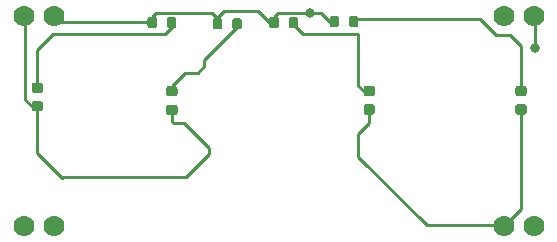
<source format=gbr>
G04 #@! TF.GenerationSoftware,KiCad,Pcbnew,(5.1.5-0-10_14)*
G04 #@! TF.CreationDate,2021-09-19T20:31:28-06:00*
G04 #@! TF.ProjectId,2021DC435,32303231-4443-4343-9335-2e6b69636164,rev?*
G04 #@! TF.SameCoordinates,Original*
G04 #@! TF.FileFunction,Copper,L2,Bot*
G04 #@! TF.FilePolarity,Positive*
%FSLAX46Y46*%
G04 Gerber Fmt 4.6, Leading zero omitted, Abs format (unit mm)*
G04 Created by KiCad (PCBNEW (5.1.5-0-10_14)) date 2021-09-19 20:31:28*
%MOMM*%
%LPD*%
G04 APERTURE LIST*
%ADD10C,1.778000*%
%ADD11C,0.100000*%
%ADD12C,0.800000*%
%ADD13C,0.250000*%
G04 APERTURE END LIST*
D10*
X147284440Y-99062540D03*
X144744440Y-99062540D03*
X147284440Y-81282540D03*
X144744440Y-81282540D03*
X104104440Y-81282540D03*
X106644440Y-81282540D03*
X104104440Y-99062540D03*
X106644440Y-99062540D03*
G04 #@! TA.AperFunction,SMDPad,CuDef*
D11*
G36*
X132258463Y-81316503D02*
G01*
X132277878Y-81319383D01*
X132296917Y-81324152D01*
X132315397Y-81330764D01*
X132333139Y-81339156D01*
X132349974Y-81349246D01*
X132365739Y-81360938D01*
X132380281Y-81374119D01*
X132393462Y-81388661D01*
X132405154Y-81404426D01*
X132415244Y-81421261D01*
X132423636Y-81439003D01*
X132430248Y-81457483D01*
X132435017Y-81476522D01*
X132437897Y-81495937D01*
X132438860Y-81515540D01*
X132438860Y-82065540D01*
X132437897Y-82085143D01*
X132435017Y-82104558D01*
X132430248Y-82123597D01*
X132423636Y-82142077D01*
X132415244Y-82159819D01*
X132405154Y-82176654D01*
X132393462Y-82192419D01*
X132380281Y-82206961D01*
X132365739Y-82220142D01*
X132349974Y-82231834D01*
X132333139Y-82241924D01*
X132315397Y-82250316D01*
X132296917Y-82256928D01*
X132277878Y-82261697D01*
X132258463Y-82264577D01*
X132238860Y-82265540D01*
X131838860Y-82265540D01*
X131819257Y-82264577D01*
X131799842Y-82261697D01*
X131780803Y-82256928D01*
X131762323Y-82250316D01*
X131744581Y-82241924D01*
X131727746Y-82231834D01*
X131711981Y-82220142D01*
X131697439Y-82206961D01*
X131684258Y-82192419D01*
X131672566Y-82176654D01*
X131662476Y-82159819D01*
X131654084Y-82142077D01*
X131647472Y-82123597D01*
X131642703Y-82104558D01*
X131639823Y-82085143D01*
X131638860Y-82065540D01*
X131638860Y-81515540D01*
X131639823Y-81495937D01*
X131642703Y-81476522D01*
X131647472Y-81457483D01*
X131654084Y-81439003D01*
X131662476Y-81421261D01*
X131672566Y-81404426D01*
X131684258Y-81388661D01*
X131697439Y-81374119D01*
X131711981Y-81360938D01*
X131727746Y-81349246D01*
X131744581Y-81339156D01*
X131762323Y-81330764D01*
X131780803Y-81324152D01*
X131799842Y-81319383D01*
X131819257Y-81316503D01*
X131838860Y-81315540D01*
X132238860Y-81315540D01*
X132258463Y-81316503D01*
G37*
G04 #@! TD.AperFunction*
G04 #@! TA.AperFunction,SMDPad,CuDef*
G36*
X130608463Y-81316503D02*
G01*
X130627878Y-81319383D01*
X130646917Y-81324152D01*
X130665397Y-81330764D01*
X130683139Y-81339156D01*
X130699974Y-81349246D01*
X130715739Y-81360938D01*
X130730281Y-81374119D01*
X130743462Y-81388661D01*
X130755154Y-81404426D01*
X130765244Y-81421261D01*
X130773636Y-81439003D01*
X130780248Y-81457483D01*
X130785017Y-81476522D01*
X130787897Y-81495937D01*
X130788860Y-81515540D01*
X130788860Y-82065540D01*
X130787897Y-82085143D01*
X130785017Y-82104558D01*
X130780248Y-82123597D01*
X130773636Y-82142077D01*
X130765244Y-82159819D01*
X130755154Y-82176654D01*
X130743462Y-82192419D01*
X130730281Y-82206961D01*
X130715739Y-82220142D01*
X130699974Y-82231834D01*
X130683139Y-82241924D01*
X130665397Y-82250316D01*
X130646917Y-82256928D01*
X130627878Y-82261697D01*
X130608463Y-82264577D01*
X130588860Y-82265540D01*
X130188860Y-82265540D01*
X130169257Y-82264577D01*
X130149842Y-82261697D01*
X130130803Y-82256928D01*
X130112323Y-82250316D01*
X130094581Y-82241924D01*
X130077746Y-82231834D01*
X130061981Y-82220142D01*
X130047439Y-82206961D01*
X130034258Y-82192419D01*
X130022566Y-82176654D01*
X130012476Y-82159819D01*
X130004084Y-82142077D01*
X129997472Y-82123597D01*
X129992703Y-82104558D01*
X129989823Y-82085143D01*
X129988860Y-82065540D01*
X129988860Y-81515540D01*
X129989823Y-81495937D01*
X129992703Y-81476522D01*
X129997472Y-81457483D01*
X130004084Y-81439003D01*
X130012476Y-81421261D01*
X130022566Y-81404426D01*
X130034258Y-81388661D01*
X130047439Y-81374119D01*
X130061981Y-81360938D01*
X130077746Y-81349246D01*
X130094581Y-81339156D01*
X130112323Y-81330764D01*
X130130803Y-81324152D01*
X130149842Y-81319383D01*
X130169257Y-81316503D01*
X130188860Y-81315540D01*
X130588860Y-81315540D01*
X130608463Y-81316503D01*
G37*
G04 #@! TD.AperFunction*
G04 #@! TA.AperFunction,SMDPad,CuDef*
G36*
X127160683Y-81377463D02*
G01*
X127180098Y-81380343D01*
X127199137Y-81385112D01*
X127217617Y-81391724D01*
X127235359Y-81400116D01*
X127252194Y-81410206D01*
X127267959Y-81421898D01*
X127282501Y-81435079D01*
X127295682Y-81449621D01*
X127307374Y-81465386D01*
X127317464Y-81482221D01*
X127325856Y-81499963D01*
X127332468Y-81518443D01*
X127337237Y-81537482D01*
X127340117Y-81556897D01*
X127341080Y-81576500D01*
X127341080Y-82126500D01*
X127340117Y-82146103D01*
X127337237Y-82165518D01*
X127332468Y-82184557D01*
X127325856Y-82203037D01*
X127317464Y-82220779D01*
X127307374Y-82237614D01*
X127295682Y-82253379D01*
X127282501Y-82267921D01*
X127267959Y-82281102D01*
X127252194Y-82292794D01*
X127235359Y-82302884D01*
X127217617Y-82311276D01*
X127199137Y-82317888D01*
X127180098Y-82322657D01*
X127160683Y-82325537D01*
X127141080Y-82326500D01*
X126741080Y-82326500D01*
X126721477Y-82325537D01*
X126702062Y-82322657D01*
X126683023Y-82317888D01*
X126664543Y-82311276D01*
X126646801Y-82302884D01*
X126629966Y-82292794D01*
X126614201Y-82281102D01*
X126599659Y-82267921D01*
X126586478Y-82253379D01*
X126574786Y-82237614D01*
X126564696Y-82220779D01*
X126556304Y-82203037D01*
X126549692Y-82184557D01*
X126544923Y-82165518D01*
X126542043Y-82146103D01*
X126541080Y-82126500D01*
X126541080Y-81576500D01*
X126542043Y-81556897D01*
X126544923Y-81537482D01*
X126549692Y-81518443D01*
X126556304Y-81499963D01*
X126564696Y-81482221D01*
X126574786Y-81465386D01*
X126586478Y-81449621D01*
X126599659Y-81435079D01*
X126614201Y-81421898D01*
X126629966Y-81410206D01*
X126646801Y-81400116D01*
X126664543Y-81391724D01*
X126683023Y-81385112D01*
X126702062Y-81380343D01*
X126721477Y-81377463D01*
X126741080Y-81376500D01*
X127141080Y-81376500D01*
X127160683Y-81377463D01*
G37*
G04 #@! TD.AperFunction*
G04 #@! TA.AperFunction,SMDPad,CuDef*
G36*
X125510683Y-81377463D02*
G01*
X125530098Y-81380343D01*
X125549137Y-81385112D01*
X125567617Y-81391724D01*
X125585359Y-81400116D01*
X125602194Y-81410206D01*
X125617959Y-81421898D01*
X125632501Y-81435079D01*
X125645682Y-81449621D01*
X125657374Y-81465386D01*
X125667464Y-81482221D01*
X125675856Y-81499963D01*
X125682468Y-81518443D01*
X125687237Y-81537482D01*
X125690117Y-81556897D01*
X125691080Y-81576500D01*
X125691080Y-82126500D01*
X125690117Y-82146103D01*
X125687237Y-82165518D01*
X125682468Y-82184557D01*
X125675856Y-82203037D01*
X125667464Y-82220779D01*
X125657374Y-82237614D01*
X125645682Y-82253379D01*
X125632501Y-82267921D01*
X125617959Y-82281102D01*
X125602194Y-82292794D01*
X125585359Y-82302884D01*
X125567617Y-82311276D01*
X125549137Y-82317888D01*
X125530098Y-82322657D01*
X125510683Y-82325537D01*
X125491080Y-82326500D01*
X125091080Y-82326500D01*
X125071477Y-82325537D01*
X125052062Y-82322657D01*
X125033023Y-82317888D01*
X125014543Y-82311276D01*
X124996801Y-82302884D01*
X124979966Y-82292794D01*
X124964201Y-82281102D01*
X124949659Y-82267921D01*
X124936478Y-82253379D01*
X124924786Y-82237614D01*
X124914696Y-82220779D01*
X124906304Y-82203037D01*
X124899692Y-82184557D01*
X124894923Y-82165518D01*
X124892043Y-82146103D01*
X124891080Y-82126500D01*
X124891080Y-81576500D01*
X124892043Y-81556897D01*
X124894923Y-81537482D01*
X124899692Y-81518443D01*
X124906304Y-81499963D01*
X124914696Y-81482221D01*
X124924786Y-81465386D01*
X124936478Y-81449621D01*
X124949659Y-81435079D01*
X124964201Y-81421898D01*
X124979966Y-81410206D01*
X124996801Y-81400116D01*
X125014543Y-81391724D01*
X125033023Y-81385112D01*
X125052062Y-81380343D01*
X125071477Y-81377463D01*
X125091080Y-81376500D01*
X125491080Y-81376500D01*
X125510683Y-81377463D01*
G37*
G04 #@! TD.AperFunction*
G04 #@! TA.AperFunction,SMDPad,CuDef*
G36*
X122365163Y-81499383D02*
G01*
X122384578Y-81502263D01*
X122403617Y-81507032D01*
X122422097Y-81513644D01*
X122439839Y-81522036D01*
X122456674Y-81532126D01*
X122472439Y-81543818D01*
X122486981Y-81556999D01*
X122500162Y-81571541D01*
X122511854Y-81587306D01*
X122521944Y-81604141D01*
X122530336Y-81621883D01*
X122536948Y-81640363D01*
X122541717Y-81659402D01*
X122544597Y-81678817D01*
X122545560Y-81698420D01*
X122545560Y-82248420D01*
X122544597Y-82268023D01*
X122541717Y-82287438D01*
X122536948Y-82306477D01*
X122530336Y-82324957D01*
X122521944Y-82342699D01*
X122511854Y-82359534D01*
X122500162Y-82375299D01*
X122486981Y-82389841D01*
X122472439Y-82403022D01*
X122456674Y-82414714D01*
X122439839Y-82424804D01*
X122422097Y-82433196D01*
X122403617Y-82439808D01*
X122384578Y-82444577D01*
X122365163Y-82447457D01*
X122345560Y-82448420D01*
X121945560Y-82448420D01*
X121925957Y-82447457D01*
X121906542Y-82444577D01*
X121887503Y-82439808D01*
X121869023Y-82433196D01*
X121851281Y-82424804D01*
X121834446Y-82414714D01*
X121818681Y-82403022D01*
X121804139Y-82389841D01*
X121790958Y-82375299D01*
X121779266Y-82359534D01*
X121769176Y-82342699D01*
X121760784Y-82324957D01*
X121754172Y-82306477D01*
X121749403Y-82287438D01*
X121746523Y-82268023D01*
X121745560Y-82248420D01*
X121745560Y-81698420D01*
X121746523Y-81678817D01*
X121749403Y-81659402D01*
X121754172Y-81640363D01*
X121760784Y-81621883D01*
X121769176Y-81604141D01*
X121779266Y-81587306D01*
X121790958Y-81571541D01*
X121804139Y-81556999D01*
X121818681Y-81543818D01*
X121834446Y-81532126D01*
X121851281Y-81522036D01*
X121869023Y-81513644D01*
X121887503Y-81507032D01*
X121906542Y-81502263D01*
X121925957Y-81499383D01*
X121945560Y-81498420D01*
X122345560Y-81498420D01*
X122365163Y-81499383D01*
G37*
G04 #@! TD.AperFunction*
G04 #@! TA.AperFunction,SMDPad,CuDef*
G36*
X120715163Y-81499383D02*
G01*
X120734578Y-81502263D01*
X120753617Y-81507032D01*
X120772097Y-81513644D01*
X120789839Y-81522036D01*
X120806674Y-81532126D01*
X120822439Y-81543818D01*
X120836981Y-81556999D01*
X120850162Y-81571541D01*
X120861854Y-81587306D01*
X120871944Y-81604141D01*
X120880336Y-81621883D01*
X120886948Y-81640363D01*
X120891717Y-81659402D01*
X120894597Y-81678817D01*
X120895560Y-81698420D01*
X120895560Y-82248420D01*
X120894597Y-82268023D01*
X120891717Y-82287438D01*
X120886948Y-82306477D01*
X120880336Y-82324957D01*
X120871944Y-82342699D01*
X120861854Y-82359534D01*
X120850162Y-82375299D01*
X120836981Y-82389841D01*
X120822439Y-82403022D01*
X120806674Y-82414714D01*
X120789839Y-82424804D01*
X120772097Y-82433196D01*
X120753617Y-82439808D01*
X120734578Y-82444577D01*
X120715163Y-82447457D01*
X120695560Y-82448420D01*
X120295560Y-82448420D01*
X120275957Y-82447457D01*
X120256542Y-82444577D01*
X120237503Y-82439808D01*
X120219023Y-82433196D01*
X120201281Y-82424804D01*
X120184446Y-82414714D01*
X120168681Y-82403022D01*
X120154139Y-82389841D01*
X120140958Y-82375299D01*
X120129266Y-82359534D01*
X120119176Y-82342699D01*
X120110784Y-82324957D01*
X120104172Y-82306477D01*
X120099403Y-82287438D01*
X120096523Y-82268023D01*
X120095560Y-82248420D01*
X120095560Y-81698420D01*
X120096523Y-81678817D01*
X120099403Y-81659402D01*
X120104172Y-81640363D01*
X120110784Y-81621883D01*
X120119176Y-81604141D01*
X120129266Y-81587306D01*
X120140958Y-81571541D01*
X120154139Y-81556999D01*
X120168681Y-81543818D01*
X120184446Y-81532126D01*
X120201281Y-81522036D01*
X120219023Y-81513644D01*
X120237503Y-81507032D01*
X120256542Y-81502263D01*
X120275957Y-81499383D01*
X120295560Y-81498420D01*
X120695560Y-81498420D01*
X120715163Y-81499383D01*
G37*
G04 #@! TD.AperFunction*
G04 #@! TA.AperFunction,SMDPad,CuDef*
G36*
X116840663Y-81377463D02*
G01*
X116860078Y-81380343D01*
X116879117Y-81385112D01*
X116897597Y-81391724D01*
X116915339Y-81400116D01*
X116932174Y-81410206D01*
X116947939Y-81421898D01*
X116962481Y-81435079D01*
X116975662Y-81449621D01*
X116987354Y-81465386D01*
X116997444Y-81482221D01*
X117005836Y-81499963D01*
X117012448Y-81518443D01*
X117017217Y-81537482D01*
X117020097Y-81556897D01*
X117021060Y-81576500D01*
X117021060Y-82126500D01*
X117020097Y-82146103D01*
X117017217Y-82165518D01*
X117012448Y-82184557D01*
X117005836Y-82203037D01*
X116997444Y-82220779D01*
X116987354Y-82237614D01*
X116975662Y-82253379D01*
X116962481Y-82267921D01*
X116947939Y-82281102D01*
X116932174Y-82292794D01*
X116915339Y-82302884D01*
X116897597Y-82311276D01*
X116879117Y-82317888D01*
X116860078Y-82322657D01*
X116840663Y-82325537D01*
X116821060Y-82326500D01*
X116421060Y-82326500D01*
X116401457Y-82325537D01*
X116382042Y-82322657D01*
X116363003Y-82317888D01*
X116344523Y-82311276D01*
X116326781Y-82302884D01*
X116309946Y-82292794D01*
X116294181Y-82281102D01*
X116279639Y-82267921D01*
X116266458Y-82253379D01*
X116254766Y-82237614D01*
X116244676Y-82220779D01*
X116236284Y-82203037D01*
X116229672Y-82184557D01*
X116224903Y-82165518D01*
X116222023Y-82146103D01*
X116221060Y-82126500D01*
X116221060Y-81576500D01*
X116222023Y-81556897D01*
X116224903Y-81537482D01*
X116229672Y-81518443D01*
X116236284Y-81499963D01*
X116244676Y-81482221D01*
X116254766Y-81465386D01*
X116266458Y-81449621D01*
X116279639Y-81435079D01*
X116294181Y-81421898D01*
X116309946Y-81410206D01*
X116326781Y-81400116D01*
X116344523Y-81391724D01*
X116363003Y-81385112D01*
X116382042Y-81380343D01*
X116401457Y-81377463D01*
X116421060Y-81376500D01*
X116821060Y-81376500D01*
X116840663Y-81377463D01*
G37*
G04 #@! TD.AperFunction*
G04 #@! TA.AperFunction,SMDPad,CuDef*
G36*
X115190663Y-81377463D02*
G01*
X115210078Y-81380343D01*
X115229117Y-81385112D01*
X115247597Y-81391724D01*
X115265339Y-81400116D01*
X115282174Y-81410206D01*
X115297939Y-81421898D01*
X115312481Y-81435079D01*
X115325662Y-81449621D01*
X115337354Y-81465386D01*
X115347444Y-81482221D01*
X115355836Y-81499963D01*
X115362448Y-81518443D01*
X115367217Y-81537482D01*
X115370097Y-81556897D01*
X115371060Y-81576500D01*
X115371060Y-82126500D01*
X115370097Y-82146103D01*
X115367217Y-82165518D01*
X115362448Y-82184557D01*
X115355836Y-82203037D01*
X115347444Y-82220779D01*
X115337354Y-82237614D01*
X115325662Y-82253379D01*
X115312481Y-82267921D01*
X115297939Y-82281102D01*
X115282174Y-82292794D01*
X115265339Y-82302884D01*
X115247597Y-82311276D01*
X115229117Y-82317888D01*
X115210078Y-82322657D01*
X115190663Y-82325537D01*
X115171060Y-82326500D01*
X114771060Y-82326500D01*
X114751457Y-82325537D01*
X114732042Y-82322657D01*
X114713003Y-82317888D01*
X114694523Y-82311276D01*
X114676781Y-82302884D01*
X114659946Y-82292794D01*
X114644181Y-82281102D01*
X114629639Y-82267921D01*
X114616458Y-82253379D01*
X114604766Y-82237614D01*
X114594676Y-82220779D01*
X114586284Y-82203037D01*
X114579672Y-82184557D01*
X114574903Y-82165518D01*
X114572023Y-82146103D01*
X114571060Y-82126500D01*
X114571060Y-81576500D01*
X114572023Y-81556897D01*
X114574903Y-81537482D01*
X114579672Y-81518443D01*
X114586284Y-81499963D01*
X114594676Y-81482221D01*
X114604766Y-81465386D01*
X114616458Y-81449621D01*
X114629639Y-81435079D01*
X114644181Y-81421898D01*
X114659946Y-81410206D01*
X114676781Y-81400116D01*
X114694523Y-81391724D01*
X114713003Y-81385112D01*
X114732042Y-81380343D01*
X114751457Y-81377463D01*
X114771060Y-81376500D01*
X115171060Y-81376500D01*
X115190663Y-81377463D01*
G37*
G04 #@! TD.AperFunction*
G04 #@! TA.AperFunction,SMDPad,CuDef*
G36*
X146475011Y-88786233D02*
G01*
X146496246Y-88789383D01*
X146517070Y-88794599D01*
X146537282Y-88801831D01*
X146556688Y-88811010D01*
X146575101Y-88822046D01*
X146592344Y-88834834D01*
X146608250Y-88849250D01*
X146622666Y-88865156D01*
X146635454Y-88882399D01*
X146646490Y-88900812D01*
X146655669Y-88920218D01*
X146662901Y-88940430D01*
X146668117Y-88961254D01*
X146671267Y-88982489D01*
X146672320Y-89003930D01*
X146672320Y-89441430D01*
X146671267Y-89462871D01*
X146668117Y-89484106D01*
X146662901Y-89504930D01*
X146655669Y-89525142D01*
X146646490Y-89544548D01*
X146635454Y-89562961D01*
X146622666Y-89580204D01*
X146608250Y-89596110D01*
X146592344Y-89610526D01*
X146575101Y-89623314D01*
X146556688Y-89634350D01*
X146537282Y-89643529D01*
X146517070Y-89650761D01*
X146496246Y-89655977D01*
X146475011Y-89659127D01*
X146453570Y-89660180D01*
X145941070Y-89660180D01*
X145919629Y-89659127D01*
X145898394Y-89655977D01*
X145877570Y-89650761D01*
X145857358Y-89643529D01*
X145837952Y-89634350D01*
X145819539Y-89623314D01*
X145802296Y-89610526D01*
X145786390Y-89596110D01*
X145771974Y-89580204D01*
X145759186Y-89562961D01*
X145748150Y-89544548D01*
X145738971Y-89525142D01*
X145731739Y-89504930D01*
X145726523Y-89484106D01*
X145723373Y-89462871D01*
X145722320Y-89441430D01*
X145722320Y-89003930D01*
X145723373Y-88982489D01*
X145726523Y-88961254D01*
X145731739Y-88940430D01*
X145738971Y-88920218D01*
X145748150Y-88900812D01*
X145759186Y-88882399D01*
X145771974Y-88865156D01*
X145786390Y-88849250D01*
X145802296Y-88834834D01*
X145819539Y-88822046D01*
X145837952Y-88811010D01*
X145857358Y-88801831D01*
X145877570Y-88794599D01*
X145898394Y-88789383D01*
X145919629Y-88786233D01*
X145941070Y-88785180D01*
X146453570Y-88785180D01*
X146475011Y-88786233D01*
G37*
G04 #@! TD.AperFunction*
G04 #@! TA.AperFunction,SMDPad,CuDef*
G36*
X146475011Y-87211233D02*
G01*
X146496246Y-87214383D01*
X146517070Y-87219599D01*
X146537282Y-87226831D01*
X146556688Y-87236010D01*
X146575101Y-87247046D01*
X146592344Y-87259834D01*
X146608250Y-87274250D01*
X146622666Y-87290156D01*
X146635454Y-87307399D01*
X146646490Y-87325812D01*
X146655669Y-87345218D01*
X146662901Y-87365430D01*
X146668117Y-87386254D01*
X146671267Y-87407489D01*
X146672320Y-87428930D01*
X146672320Y-87866430D01*
X146671267Y-87887871D01*
X146668117Y-87909106D01*
X146662901Y-87929930D01*
X146655669Y-87950142D01*
X146646490Y-87969548D01*
X146635454Y-87987961D01*
X146622666Y-88005204D01*
X146608250Y-88021110D01*
X146592344Y-88035526D01*
X146575101Y-88048314D01*
X146556688Y-88059350D01*
X146537282Y-88068529D01*
X146517070Y-88075761D01*
X146496246Y-88080977D01*
X146475011Y-88084127D01*
X146453570Y-88085180D01*
X145941070Y-88085180D01*
X145919629Y-88084127D01*
X145898394Y-88080977D01*
X145877570Y-88075761D01*
X145857358Y-88068529D01*
X145837952Y-88059350D01*
X145819539Y-88048314D01*
X145802296Y-88035526D01*
X145786390Y-88021110D01*
X145771974Y-88005204D01*
X145759186Y-87987961D01*
X145748150Y-87969548D01*
X145738971Y-87950142D01*
X145731739Y-87929930D01*
X145726523Y-87909106D01*
X145723373Y-87887871D01*
X145722320Y-87866430D01*
X145722320Y-87428930D01*
X145723373Y-87407489D01*
X145726523Y-87386254D01*
X145731739Y-87365430D01*
X145738971Y-87345218D01*
X145748150Y-87325812D01*
X145759186Y-87307399D01*
X145771974Y-87290156D01*
X145786390Y-87274250D01*
X145802296Y-87259834D01*
X145819539Y-87247046D01*
X145837952Y-87236010D01*
X145857358Y-87226831D01*
X145877570Y-87219599D01*
X145898394Y-87214383D01*
X145919629Y-87211233D01*
X145941070Y-87210180D01*
X146453570Y-87210180D01*
X146475011Y-87211233D01*
G37*
G04 #@! TD.AperFunction*
G04 #@! TA.AperFunction,SMDPad,CuDef*
G36*
X133622611Y-88786233D02*
G01*
X133643846Y-88789383D01*
X133664670Y-88794599D01*
X133684882Y-88801831D01*
X133704288Y-88811010D01*
X133722701Y-88822046D01*
X133739944Y-88834834D01*
X133755850Y-88849250D01*
X133770266Y-88865156D01*
X133783054Y-88882399D01*
X133794090Y-88900812D01*
X133803269Y-88920218D01*
X133810501Y-88940430D01*
X133815717Y-88961254D01*
X133818867Y-88982489D01*
X133819920Y-89003930D01*
X133819920Y-89441430D01*
X133818867Y-89462871D01*
X133815717Y-89484106D01*
X133810501Y-89504930D01*
X133803269Y-89525142D01*
X133794090Y-89544548D01*
X133783054Y-89562961D01*
X133770266Y-89580204D01*
X133755850Y-89596110D01*
X133739944Y-89610526D01*
X133722701Y-89623314D01*
X133704288Y-89634350D01*
X133684882Y-89643529D01*
X133664670Y-89650761D01*
X133643846Y-89655977D01*
X133622611Y-89659127D01*
X133601170Y-89660180D01*
X133088670Y-89660180D01*
X133067229Y-89659127D01*
X133045994Y-89655977D01*
X133025170Y-89650761D01*
X133004958Y-89643529D01*
X132985552Y-89634350D01*
X132967139Y-89623314D01*
X132949896Y-89610526D01*
X132933990Y-89596110D01*
X132919574Y-89580204D01*
X132906786Y-89562961D01*
X132895750Y-89544548D01*
X132886571Y-89525142D01*
X132879339Y-89504930D01*
X132874123Y-89484106D01*
X132870973Y-89462871D01*
X132869920Y-89441430D01*
X132869920Y-89003930D01*
X132870973Y-88982489D01*
X132874123Y-88961254D01*
X132879339Y-88940430D01*
X132886571Y-88920218D01*
X132895750Y-88900812D01*
X132906786Y-88882399D01*
X132919574Y-88865156D01*
X132933990Y-88849250D01*
X132949896Y-88834834D01*
X132967139Y-88822046D01*
X132985552Y-88811010D01*
X133004958Y-88801831D01*
X133025170Y-88794599D01*
X133045994Y-88789383D01*
X133067229Y-88786233D01*
X133088670Y-88785180D01*
X133601170Y-88785180D01*
X133622611Y-88786233D01*
G37*
G04 #@! TD.AperFunction*
G04 #@! TA.AperFunction,SMDPad,CuDef*
G36*
X133622611Y-87211233D02*
G01*
X133643846Y-87214383D01*
X133664670Y-87219599D01*
X133684882Y-87226831D01*
X133704288Y-87236010D01*
X133722701Y-87247046D01*
X133739944Y-87259834D01*
X133755850Y-87274250D01*
X133770266Y-87290156D01*
X133783054Y-87307399D01*
X133794090Y-87325812D01*
X133803269Y-87345218D01*
X133810501Y-87365430D01*
X133815717Y-87386254D01*
X133818867Y-87407489D01*
X133819920Y-87428930D01*
X133819920Y-87866430D01*
X133818867Y-87887871D01*
X133815717Y-87909106D01*
X133810501Y-87929930D01*
X133803269Y-87950142D01*
X133794090Y-87969548D01*
X133783054Y-87987961D01*
X133770266Y-88005204D01*
X133755850Y-88021110D01*
X133739944Y-88035526D01*
X133722701Y-88048314D01*
X133704288Y-88059350D01*
X133684882Y-88068529D01*
X133664670Y-88075761D01*
X133643846Y-88080977D01*
X133622611Y-88084127D01*
X133601170Y-88085180D01*
X133088670Y-88085180D01*
X133067229Y-88084127D01*
X133045994Y-88080977D01*
X133025170Y-88075761D01*
X133004958Y-88068529D01*
X132985552Y-88059350D01*
X132967139Y-88048314D01*
X132949896Y-88035526D01*
X132933990Y-88021110D01*
X132919574Y-88005204D01*
X132906786Y-87987961D01*
X132895750Y-87969548D01*
X132886571Y-87950142D01*
X132879339Y-87929930D01*
X132874123Y-87909106D01*
X132870973Y-87887871D01*
X132869920Y-87866430D01*
X132869920Y-87428930D01*
X132870973Y-87407489D01*
X132874123Y-87386254D01*
X132879339Y-87365430D01*
X132886571Y-87345218D01*
X132895750Y-87325812D01*
X132906786Y-87307399D01*
X132919574Y-87290156D01*
X132933990Y-87274250D01*
X132949896Y-87259834D01*
X132967139Y-87247046D01*
X132985552Y-87236010D01*
X133004958Y-87226831D01*
X133025170Y-87219599D01*
X133045994Y-87214383D01*
X133067229Y-87211233D01*
X133088670Y-87210180D01*
X133601170Y-87210180D01*
X133622611Y-87211233D01*
G37*
G04 #@! TD.AperFunction*
G04 #@! TA.AperFunction,SMDPad,CuDef*
G36*
X116922111Y-88811633D02*
G01*
X116943346Y-88814783D01*
X116964170Y-88819999D01*
X116984382Y-88827231D01*
X117003788Y-88836410D01*
X117022201Y-88847446D01*
X117039444Y-88860234D01*
X117055350Y-88874650D01*
X117069766Y-88890556D01*
X117082554Y-88907799D01*
X117093590Y-88926212D01*
X117102769Y-88945618D01*
X117110001Y-88965830D01*
X117115217Y-88986654D01*
X117118367Y-89007889D01*
X117119420Y-89029330D01*
X117119420Y-89466830D01*
X117118367Y-89488271D01*
X117115217Y-89509506D01*
X117110001Y-89530330D01*
X117102769Y-89550542D01*
X117093590Y-89569948D01*
X117082554Y-89588361D01*
X117069766Y-89605604D01*
X117055350Y-89621510D01*
X117039444Y-89635926D01*
X117022201Y-89648714D01*
X117003788Y-89659750D01*
X116984382Y-89668929D01*
X116964170Y-89676161D01*
X116943346Y-89681377D01*
X116922111Y-89684527D01*
X116900670Y-89685580D01*
X116388170Y-89685580D01*
X116366729Y-89684527D01*
X116345494Y-89681377D01*
X116324670Y-89676161D01*
X116304458Y-89668929D01*
X116285052Y-89659750D01*
X116266639Y-89648714D01*
X116249396Y-89635926D01*
X116233490Y-89621510D01*
X116219074Y-89605604D01*
X116206286Y-89588361D01*
X116195250Y-89569948D01*
X116186071Y-89550542D01*
X116178839Y-89530330D01*
X116173623Y-89509506D01*
X116170473Y-89488271D01*
X116169420Y-89466830D01*
X116169420Y-89029330D01*
X116170473Y-89007889D01*
X116173623Y-88986654D01*
X116178839Y-88965830D01*
X116186071Y-88945618D01*
X116195250Y-88926212D01*
X116206286Y-88907799D01*
X116219074Y-88890556D01*
X116233490Y-88874650D01*
X116249396Y-88860234D01*
X116266639Y-88847446D01*
X116285052Y-88836410D01*
X116304458Y-88827231D01*
X116324670Y-88819999D01*
X116345494Y-88814783D01*
X116366729Y-88811633D01*
X116388170Y-88810580D01*
X116900670Y-88810580D01*
X116922111Y-88811633D01*
G37*
G04 #@! TD.AperFunction*
G04 #@! TA.AperFunction,SMDPad,CuDef*
G36*
X116922111Y-87236633D02*
G01*
X116943346Y-87239783D01*
X116964170Y-87244999D01*
X116984382Y-87252231D01*
X117003788Y-87261410D01*
X117022201Y-87272446D01*
X117039444Y-87285234D01*
X117055350Y-87299650D01*
X117069766Y-87315556D01*
X117082554Y-87332799D01*
X117093590Y-87351212D01*
X117102769Y-87370618D01*
X117110001Y-87390830D01*
X117115217Y-87411654D01*
X117118367Y-87432889D01*
X117119420Y-87454330D01*
X117119420Y-87891830D01*
X117118367Y-87913271D01*
X117115217Y-87934506D01*
X117110001Y-87955330D01*
X117102769Y-87975542D01*
X117093590Y-87994948D01*
X117082554Y-88013361D01*
X117069766Y-88030604D01*
X117055350Y-88046510D01*
X117039444Y-88060926D01*
X117022201Y-88073714D01*
X117003788Y-88084750D01*
X116984382Y-88093929D01*
X116964170Y-88101161D01*
X116943346Y-88106377D01*
X116922111Y-88109527D01*
X116900670Y-88110580D01*
X116388170Y-88110580D01*
X116366729Y-88109527D01*
X116345494Y-88106377D01*
X116324670Y-88101161D01*
X116304458Y-88093929D01*
X116285052Y-88084750D01*
X116266639Y-88073714D01*
X116249396Y-88060926D01*
X116233490Y-88046510D01*
X116219074Y-88030604D01*
X116206286Y-88013361D01*
X116195250Y-87994948D01*
X116186071Y-87975542D01*
X116178839Y-87955330D01*
X116173623Y-87934506D01*
X116170473Y-87913271D01*
X116169420Y-87891830D01*
X116169420Y-87454330D01*
X116170473Y-87432889D01*
X116173623Y-87411654D01*
X116178839Y-87390830D01*
X116186071Y-87370618D01*
X116195250Y-87351212D01*
X116206286Y-87332799D01*
X116219074Y-87315556D01*
X116233490Y-87299650D01*
X116249396Y-87285234D01*
X116266639Y-87272446D01*
X116285052Y-87261410D01*
X116304458Y-87252231D01*
X116324670Y-87244999D01*
X116345494Y-87239783D01*
X116366729Y-87236633D01*
X116388170Y-87235580D01*
X116900670Y-87235580D01*
X116922111Y-87236633D01*
G37*
G04 #@! TD.AperFunction*
G04 #@! TA.AperFunction,SMDPad,CuDef*
G36*
X105520051Y-88514453D02*
G01*
X105541286Y-88517603D01*
X105562110Y-88522819D01*
X105582322Y-88530051D01*
X105601728Y-88539230D01*
X105620141Y-88550266D01*
X105637384Y-88563054D01*
X105653290Y-88577470D01*
X105667706Y-88593376D01*
X105680494Y-88610619D01*
X105691530Y-88629032D01*
X105700709Y-88648438D01*
X105707941Y-88668650D01*
X105713157Y-88689474D01*
X105716307Y-88710709D01*
X105717360Y-88732150D01*
X105717360Y-89169650D01*
X105716307Y-89191091D01*
X105713157Y-89212326D01*
X105707941Y-89233150D01*
X105700709Y-89253362D01*
X105691530Y-89272768D01*
X105680494Y-89291181D01*
X105667706Y-89308424D01*
X105653290Y-89324330D01*
X105637384Y-89338746D01*
X105620141Y-89351534D01*
X105601728Y-89362570D01*
X105582322Y-89371749D01*
X105562110Y-89378981D01*
X105541286Y-89384197D01*
X105520051Y-89387347D01*
X105498610Y-89388400D01*
X104986110Y-89388400D01*
X104964669Y-89387347D01*
X104943434Y-89384197D01*
X104922610Y-89378981D01*
X104902398Y-89371749D01*
X104882992Y-89362570D01*
X104864579Y-89351534D01*
X104847336Y-89338746D01*
X104831430Y-89324330D01*
X104817014Y-89308424D01*
X104804226Y-89291181D01*
X104793190Y-89272768D01*
X104784011Y-89253362D01*
X104776779Y-89233150D01*
X104771563Y-89212326D01*
X104768413Y-89191091D01*
X104767360Y-89169650D01*
X104767360Y-88732150D01*
X104768413Y-88710709D01*
X104771563Y-88689474D01*
X104776779Y-88668650D01*
X104784011Y-88648438D01*
X104793190Y-88629032D01*
X104804226Y-88610619D01*
X104817014Y-88593376D01*
X104831430Y-88577470D01*
X104847336Y-88563054D01*
X104864579Y-88550266D01*
X104882992Y-88539230D01*
X104902398Y-88530051D01*
X104922610Y-88522819D01*
X104943434Y-88517603D01*
X104964669Y-88514453D01*
X104986110Y-88513400D01*
X105498610Y-88513400D01*
X105520051Y-88514453D01*
G37*
G04 #@! TD.AperFunction*
G04 #@! TA.AperFunction,SMDPad,CuDef*
G36*
X105520051Y-86939453D02*
G01*
X105541286Y-86942603D01*
X105562110Y-86947819D01*
X105582322Y-86955051D01*
X105601728Y-86964230D01*
X105620141Y-86975266D01*
X105637384Y-86988054D01*
X105653290Y-87002470D01*
X105667706Y-87018376D01*
X105680494Y-87035619D01*
X105691530Y-87054032D01*
X105700709Y-87073438D01*
X105707941Y-87093650D01*
X105713157Y-87114474D01*
X105716307Y-87135709D01*
X105717360Y-87157150D01*
X105717360Y-87594650D01*
X105716307Y-87616091D01*
X105713157Y-87637326D01*
X105707941Y-87658150D01*
X105700709Y-87678362D01*
X105691530Y-87697768D01*
X105680494Y-87716181D01*
X105667706Y-87733424D01*
X105653290Y-87749330D01*
X105637384Y-87763746D01*
X105620141Y-87776534D01*
X105601728Y-87787570D01*
X105582322Y-87796749D01*
X105562110Y-87803981D01*
X105541286Y-87809197D01*
X105520051Y-87812347D01*
X105498610Y-87813400D01*
X104986110Y-87813400D01*
X104964669Y-87812347D01*
X104943434Y-87809197D01*
X104922610Y-87803981D01*
X104902398Y-87796749D01*
X104882992Y-87787570D01*
X104864579Y-87776534D01*
X104847336Y-87763746D01*
X104831430Y-87749330D01*
X104817014Y-87733424D01*
X104804226Y-87716181D01*
X104793190Y-87697768D01*
X104784011Y-87678362D01*
X104776779Y-87658150D01*
X104771563Y-87637326D01*
X104768413Y-87616091D01*
X104767360Y-87594650D01*
X104767360Y-87157150D01*
X104768413Y-87135709D01*
X104771563Y-87114474D01*
X104776779Y-87093650D01*
X104784011Y-87073438D01*
X104793190Y-87054032D01*
X104804226Y-87035619D01*
X104817014Y-87018376D01*
X104831430Y-87002470D01*
X104847336Y-86988054D01*
X104864579Y-86975266D01*
X104882992Y-86964230D01*
X104902398Y-86955051D01*
X104922610Y-86947819D01*
X104943434Y-86942603D01*
X104964669Y-86939453D01*
X104986110Y-86938400D01*
X105498610Y-86938400D01*
X105520051Y-86939453D01*
G37*
G04 #@! TD.AperFunction*
D12*
X147386040Y-84043520D03*
X128318170Y-81051490D03*
D13*
X104767360Y-88950900D02*
X105242360Y-88950900D01*
X104206040Y-81236820D02*
X104206040Y-88389580D01*
X104206040Y-88389580D02*
X104767360Y-88950900D01*
X117680740Y-90350340D02*
X116768880Y-90350340D01*
X119804180Y-92961460D02*
X119804180Y-92473780D01*
X116768880Y-90350340D02*
X116644420Y-90225880D01*
X107421680Y-94962980D02*
X117802660Y-94962980D01*
X107360720Y-95023940D02*
X107421680Y-94962980D01*
X117802660Y-94962980D02*
X119804180Y-92961460D01*
X119804180Y-92473780D02*
X117680740Y-90350340D01*
X105242360Y-92905580D02*
X107360720Y-95023940D01*
X116644420Y-90225880D02*
X116644420Y-89248080D01*
X105242360Y-88950900D02*
X105242360Y-92905580D01*
X105242360Y-84152740D02*
X105242360Y-87375900D01*
X116730280Y-81643220D02*
X116730280Y-82118220D01*
X116730280Y-82118220D02*
X116024180Y-82824320D01*
X116024180Y-82824320D02*
X106570780Y-82824320D01*
X106570780Y-82824320D02*
X105242360Y-84152740D01*
X117779080Y-86100920D02*
X116644420Y-87235580D01*
X119377460Y-85000620D02*
X119377460Y-85554820D01*
X118831360Y-86100920D02*
X117779080Y-86100920D01*
X116644420Y-87235580D02*
X116644420Y-87673080D01*
X119377460Y-85554820D02*
X118831360Y-86100920D01*
X122145560Y-82232520D02*
X119377460Y-85000620D01*
X122145560Y-81757520D02*
X122145560Y-82232520D01*
X146197320Y-97665540D02*
X144846040Y-99016820D01*
X146197320Y-89222680D02*
X146197320Y-97665540D01*
X133344920Y-90403680D02*
X133344920Y-89222680D01*
X132430520Y-91318080D02*
X133344920Y-90403680D01*
X138244580Y-99016820D02*
X132430520Y-93202760D01*
X132430520Y-93202760D02*
X132430520Y-91318080D01*
X144846040Y-99016820D02*
X138244580Y-99016820D01*
X132869920Y-87647680D02*
X133344920Y-87647680D01*
X126951240Y-81569560D02*
X126951240Y-82044560D01*
X132427980Y-82824320D02*
X132427980Y-87205740D01*
X127731000Y-82824320D02*
X132427980Y-82824320D01*
X126951240Y-82044560D02*
X127731000Y-82824320D01*
X132427980Y-87205740D02*
X132869920Y-87647680D01*
X146197320Y-83842860D02*
X146197320Y-87647680D01*
X132120140Y-81569560D02*
X142768320Y-81569560D01*
X142768320Y-81569560D02*
X144084040Y-82885280D01*
X144084040Y-82885280D02*
X145239740Y-82885280D01*
X145239740Y-82885280D02*
X146197320Y-83842860D01*
X125616090Y-81051490D02*
X125291080Y-81376500D01*
X129249810Y-81051490D02*
X128318170Y-81051490D01*
X125291080Y-81376500D02*
X125291080Y-81851500D01*
X129988860Y-81790540D02*
X129249810Y-81051490D01*
X130388860Y-81790540D02*
X129988860Y-81790540D01*
X121069051Y-80924929D02*
X120495560Y-81498420D01*
X124891080Y-81851500D02*
X123964509Y-80924929D01*
X123964509Y-80924929D02*
X121069051Y-80924929D01*
X125291080Y-81851500D02*
X124891080Y-81851500D01*
X114971060Y-81376500D02*
X114971060Y-81851500D01*
X115296070Y-81051490D02*
X114971060Y-81376500D01*
X120048630Y-81051490D02*
X115296070Y-81051490D01*
X120495560Y-81498420D02*
X120048630Y-81051490D01*
X120495560Y-81973420D02*
X120495560Y-81498420D01*
X107360720Y-81851500D02*
X106746040Y-81236820D01*
X114971060Y-81851500D02*
X107360720Y-81851500D01*
X147386040Y-81236820D02*
X147386040Y-84043520D01*
X147386040Y-84043520D02*
X147386040Y-84043520D01*
X128318170Y-81051490D02*
X125616090Y-81051490D01*
M02*

</source>
